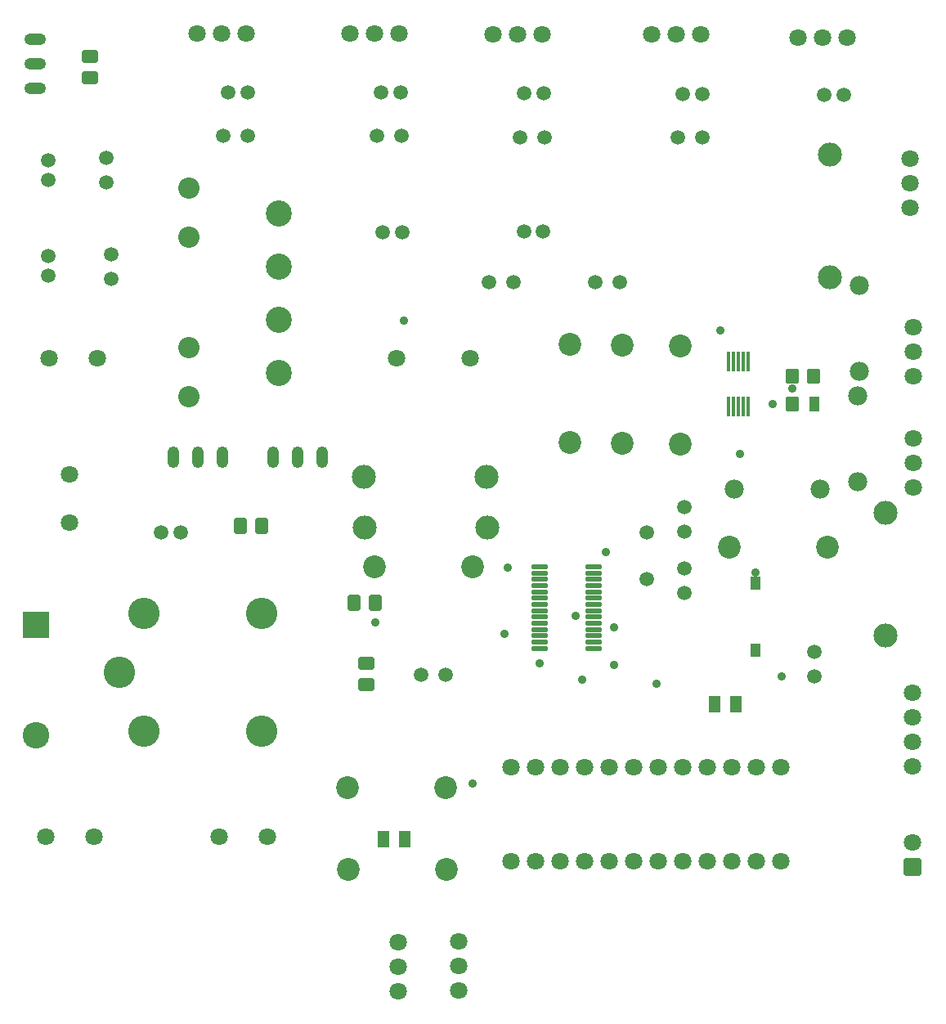
<source format=gts>
G04*
G04 #@! TF.GenerationSoftware,Altium Limited,Altium Designer,23.7.1 (13)*
G04*
G04 Layer_Color=8388736*
%FSLAX44Y44*%
%MOMM*%
G71*
G04*
G04 #@! TF.SameCoordinates,08080B6D-4C5C-4958-99E3-925CFEBC34A3*
G04*
G04*
G04 #@! TF.FilePolarity,Negative*
G04*
G01*
G75*
G04:AMPARAMS|DCode=26|XSize=0.4mm|YSize=2.1mm|CornerRadius=0.065mm|HoleSize=0mm|Usage=FLASHONLY|Rotation=0.000|XOffset=0mm|YOffset=0mm|HoleType=Round|Shape=RoundedRectangle|*
%AMROUNDEDRECTD26*
21,1,0.4000,1.9700,0,0,0.0*
21,1,0.2700,2.1000,0,0,0.0*
1,1,0.1300,0.1350,-0.9850*
1,1,0.1300,-0.1350,-0.9850*
1,1,0.1300,-0.1350,0.9850*
1,1,0.1300,0.1350,0.9850*
%
%ADD26ROUNDEDRECTD26*%
G04:AMPARAMS|DCode=27|XSize=1.3mm|YSize=1.525mm|CornerRadius=0.11mm|HoleSize=0mm|Usage=FLASHONLY|Rotation=0.000|XOffset=0mm|YOffset=0mm|HoleType=Round|Shape=RoundedRectangle|*
%AMROUNDEDRECTD27*
21,1,1.3000,1.3050,0,0,0.0*
21,1,1.0800,1.5250,0,0,0.0*
1,1,0.2200,0.5400,-0.6525*
1,1,0.2200,-0.5400,-0.6525*
1,1,0.2200,-0.5400,0.6525*
1,1,0.2200,0.5400,0.6525*
%
%ADD27ROUNDEDRECTD27*%
G04:AMPARAMS|DCode=28|XSize=0.44mm|YSize=1.74mm|CornerRadius=0.085mm|HoleSize=0mm|Usage=FLASHONLY|Rotation=270.000|XOffset=0mm|YOffset=0mm|HoleType=Round|Shape=RoundedRectangle|*
%AMROUNDEDRECTD28*
21,1,0.4400,1.5700,0,0,270.0*
21,1,0.2700,1.7400,0,0,270.0*
1,1,0.1700,-0.7850,-0.1350*
1,1,0.1700,-0.7850,0.1350*
1,1,0.1700,0.7850,0.1350*
1,1,0.1700,0.7850,-0.1350*
%
%ADD28ROUNDEDRECTD28*%
G04:AMPARAMS|DCode=29|XSize=1.7032mm|YSize=1.3032mm|CornerRadius=0.1566mm|HoleSize=0mm|Usage=FLASHONLY|Rotation=270.000|XOffset=0mm|YOffset=0mm|HoleType=Round|Shape=RoundedRectangle|*
%AMROUNDEDRECTD29*
21,1,1.7032,0.9900,0,0,270.0*
21,1,1.3900,1.3032,0,0,270.0*
1,1,0.3132,-0.4950,-0.6950*
1,1,0.3132,-0.4950,0.6950*
1,1,0.3132,0.4950,0.6950*
1,1,0.3132,0.4950,-0.6950*
%
%ADD29ROUNDEDRECTD29*%
%ADD30R,1.0032X1.4032*%
G04:AMPARAMS|DCode=31|XSize=1.7032mm|YSize=1.3032mm|CornerRadius=0.1566mm|HoleSize=0mm|Usage=FLASHONLY|Rotation=180.000|XOffset=0mm|YOffset=0mm|HoleType=Round|Shape=RoundedRectangle|*
%AMROUNDEDRECTD31*
21,1,1.7032,0.9900,0,0,180.0*
21,1,1.3900,1.3032,0,0,180.0*
1,1,0.3132,-0.6950,0.4950*
1,1,0.3132,0.6950,0.4950*
1,1,0.3132,0.6950,-0.4950*
1,1,0.3132,-0.6950,-0.4950*
%
%ADD31ROUNDEDRECTD31*%
%ADD32R,1.3032X1.7032*%
G04:AMPARAMS|DCode=33|XSize=1.1mm|YSize=1.525mm|CornerRadius=0.1mm|HoleSize=0mm|Usage=FLASHONLY|Rotation=0.000|XOffset=0mm|YOffset=0mm|HoleType=Round|Shape=RoundedRectangle|*
%AMROUNDEDRECTD33*
21,1,1.1000,1.3250,0,0,0.0*
21,1,0.9000,1.5250,0,0,0.0*
1,1,0.2000,0.4500,-0.6625*
1,1,0.2000,-0.4500,-0.6625*
1,1,0.2000,-0.4500,0.6625*
1,1,0.2000,0.4500,0.6625*
%
%ADD33ROUNDEDRECTD33*%
%ADD34C,1.8000*%
%ADD35C,1.5032*%
%ADD36C,2.3622*%
%ADD37C,1.5000*%
%ADD38C,1.9812*%
%ADD39C,2.4892*%
%ADD40O,1.2160X2.2320*%
%ADD41C,2.7000*%
%ADD42C,2.7432*%
%ADD43R,2.7432X2.7432*%
%ADD44C,2.2032*%
G04:AMPARAMS|DCode=45|XSize=1.8mm|YSize=1.8mm|CornerRadius=0.18mm|HoleSize=0mm|Usage=FLASHONLY|Rotation=90.000|XOffset=0mm|YOffset=0mm|HoleType=Round|Shape=RoundedRectangle|*
%AMROUNDEDRECTD45*
21,1,1.8000,1.4400,0,0,90.0*
21,1,1.4400,1.8000,0,0,90.0*
1,1,0.3600,0.7200,0.7200*
1,1,0.3600,0.7200,-0.7200*
1,1,0.3600,-0.7200,-0.7200*
1,1,0.3600,-0.7200,0.7200*
%
%ADD45ROUNDEDRECTD45*%
%ADD46O,2.2320X1.2160*%
%ADD47C,1.8032*%
%ADD48C,3.2512*%
%ADD49C,0.9032*%
D26*
X1419500Y896250D02*
D03*
X1424500D02*
D03*
X1419500Y849750D02*
D03*
X1409500D02*
D03*
X1429500D02*
D03*
Y896250D02*
D03*
X1414500D02*
D03*
X1409500D02*
D03*
X1424500Y849750D02*
D03*
X1414500D02*
D03*
D27*
X1475000Y881000D02*
D03*
X1497000D02*
D03*
X1475000Y853000D02*
D03*
D28*
X1214000Y684250D02*
D03*
X1270000D02*
D03*
Y599750D02*
D03*
Y606250D02*
D03*
Y612750D02*
D03*
Y619250D02*
D03*
Y625750D02*
D03*
Y632250D02*
D03*
Y638750D02*
D03*
Y645250D02*
D03*
Y651750D02*
D03*
Y658250D02*
D03*
Y664750D02*
D03*
Y671250D02*
D03*
Y677750D02*
D03*
X1214000Y599750D02*
D03*
Y606250D02*
D03*
Y612750D02*
D03*
Y619250D02*
D03*
Y625750D02*
D03*
Y632250D02*
D03*
Y638750D02*
D03*
Y645250D02*
D03*
Y651750D02*
D03*
Y658250D02*
D03*
Y664750D02*
D03*
Y671250D02*
D03*
Y677750D02*
D03*
D29*
X1043500Y646500D02*
D03*
X1021500D02*
D03*
X904000Y726500D02*
D03*
X926000D02*
D03*
D30*
X1437500Y667500D02*
D03*
Y597500D02*
D03*
D31*
X1034500Y584500D02*
D03*
Y562500D02*
D03*
X748000Y1190500D02*
D03*
Y1212500D02*
D03*
D32*
X1395000Y542000D02*
D03*
X1417000D02*
D03*
X1052000Y402500D02*
D03*
X1074000D02*
D03*
D33*
X1498000Y853000D02*
D03*
D34*
X1438200Y476500D02*
D03*
X1387400D02*
D03*
X1336600D02*
D03*
X1285800D02*
D03*
X1184200D02*
D03*
X1209600D02*
D03*
X1235000D02*
D03*
X1260400D02*
D03*
X1311200D02*
D03*
X1362000D02*
D03*
X1412800D02*
D03*
X1463600D02*
D03*
X1216580Y1235510D02*
D03*
X1599500Y553800D02*
D03*
X1068215Y1236510D02*
D03*
X1531850Y1232300D02*
D03*
X1597000Y1081400D02*
D03*
Y1056000D02*
D03*
X1601000Y881100D02*
D03*
Y766100D02*
D03*
X1380647Y1235010D02*
D03*
X1165780Y1235510D02*
D03*
X1597000Y1106800D02*
D03*
X1599500Y477600D02*
D03*
X1463600Y379500D02*
D03*
X1130000Y271000D02*
D03*
X1067500Y270500D02*
D03*
X1599500Y503000D02*
D03*
Y528400D02*
D03*
Y398400D02*
D03*
X1412800Y379500D02*
D03*
X1362000D02*
D03*
X1311200D02*
D03*
X1260400D02*
D03*
X1235000D02*
D03*
X1209600D02*
D03*
X1184200D02*
D03*
X1285800D02*
D03*
X1336600D02*
D03*
X1387400D02*
D03*
X1438200D02*
D03*
X1601000Y791500D02*
D03*
Y816900D02*
D03*
Y906500D02*
D03*
Y931900D02*
D03*
X752000Y405000D02*
D03*
X702000D02*
D03*
X727000Y730000D02*
D03*
Y780000D02*
D03*
X932000Y405000D02*
D03*
X882000D02*
D03*
X1130000Y296400D02*
D03*
Y245600D02*
D03*
X1067500Y245100D02*
D03*
Y295900D02*
D03*
X1506450Y1232300D02*
D03*
X1481050D02*
D03*
X909783Y1236510D02*
D03*
X884383D02*
D03*
X858983D02*
D03*
X1042815D02*
D03*
X1017415D02*
D03*
X1355247Y1235010D02*
D03*
X1329848D02*
D03*
X1191180Y1235510D02*
D03*
X1141500Y900000D02*
D03*
X1065500D02*
D03*
D35*
X1296500Y978500D02*
D03*
X1218500Y1129000D02*
D03*
X1217500Y1031500D02*
D03*
X1186500Y978500D02*
D03*
X1070800Y1130000D02*
D03*
X1382000Y1128500D02*
D03*
X1498500Y595900D02*
D03*
X1363500Y720800D02*
D03*
X1271100Y978500D02*
D03*
X1197500Y1031500D02*
D03*
X1161100Y978500D02*
D03*
X1363500Y682700D02*
D03*
Y746200D02*
D03*
Y657300D02*
D03*
X1498500Y570500D02*
D03*
X765000Y1082300D02*
D03*
Y1107700D02*
D03*
X886000Y1130000D02*
D03*
X911400D02*
D03*
X1045400D02*
D03*
X770000Y982099D02*
D03*
Y1007499D02*
D03*
X1356600Y1128500D02*
D03*
X1193100Y1129000D02*
D03*
D36*
X1299000Y913600D02*
D03*
X1359500Y912600D02*
D03*
X1245000Y914100D02*
D03*
X1042400Y684000D02*
D03*
X1410500Y704500D02*
D03*
X1117000Y370500D02*
D03*
X1512100Y704500D02*
D03*
X1015400Y370500D02*
D03*
X1359500Y811000D02*
D03*
X1245000Y812500D02*
D03*
X1299000Y812000D02*
D03*
X1144000Y684000D02*
D03*
X1014400Y455500D02*
D03*
X1116000D02*
D03*
D37*
X1218080Y1174000D02*
D03*
X1069715Y1175000D02*
D03*
X1071500Y1030500D02*
D03*
X1528500Y1173000D02*
D03*
X1382148Y1173500D02*
D03*
X1051500Y1030500D02*
D03*
X822000Y720000D02*
D03*
X842000D02*
D03*
X705000Y1105000D02*
D03*
Y1085000D02*
D03*
X911282Y1175000D02*
D03*
X891282D02*
D03*
X1049715D02*
D03*
X705000Y1005760D02*
D03*
Y985760D02*
D03*
X1362148Y1173500D02*
D03*
X1198080Y1174000D02*
D03*
X1090600Y572000D02*
D03*
X1116000D02*
D03*
X1325000Y719900D02*
D03*
Y671100D02*
D03*
X1508500Y1173000D02*
D03*
D38*
X1415600Y765000D02*
D03*
X1504500D02*
D03*
X1543500Y861400D02*
D03*
Y772500D02*
D03*
X1544500Y975500D02*
D03*
Y886600D02*
D03*
D39*
X1571500Y613000D02*
D03*
X1514500Y1110500D02*
D03*
Y983500D02*
D03*
X1031500Y777000D02*
D03*
X1158500D02*
D03*
X1159500Y725000D02*
D03*
X1032500D02*
D03*
X1571500Y740000D02*
D03*
D40*
X885400Y798000D02*
D03*
X988900Y797500D02*
D03*
X860000Y798000D02*
D03*
X834600D02*
D03*
X963500Y797500D02*
D03*
X938100D02*
D03*
D41*
X944000Y884500D02*
D03*
Y939500D02*
D03*
Y994500D02*
D03*
Y1049500D02*
D03*
D42*
X692000Y510000D02*
D03*
D43*
Y624300D02*
D03*
D44*
X850250Y1076100D02*
D03*
Y860200D02*
D03*
Y911000D02*
D03*
Y1025300D02*
D03*
D45*
X1599500Y373000D02*
D03*
D46*
X691430Y1230470D02*
D03*
Y1205070D02*
D03*
Y1179670D02*
D03*
D47*
X705500Y900000D02*
D03*
X755500D02*
D03*
D48*
X803740Y514040D02*
D03*
X925660Y635960D02*
D03*
X778340Y575000D02*
D03*
X925660Y514040D02*
D03*
X803740Y635960D02*
D03*
D49*
X1180500Y683000D02*
D03*
X1043500Y626500D02*
D03*
X1455000Y853000D02*
D03*
X1282000Y699500D02*
D03*
X1290500Y621291D02*
D03*
Y582500D02*
D03*
X1214000Y584500D02*
D03*
X1464500Y570500D02*
D03*
X1421384Y801116D02*
D03*
X1072896Y938784D02*
D03*
X1437500Y678270D02*
D03*
X1475000Y869105D02*
D03*
X1400450Y928878D02*
D03*
X1251204Y633730D02*
D03*
X1144500Y459541D02*
D03*
X1335000Y563000D02*
D03*
X1258000Y567000D02*
D03*
X1177250Y615000D02*
D03*
M02*

</source>
